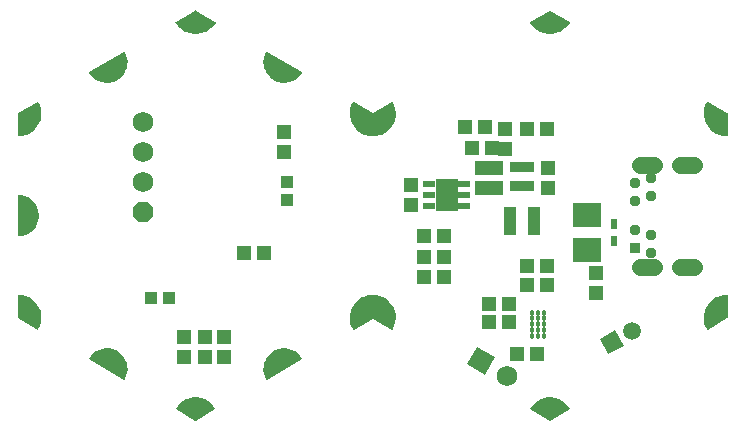
<source format=gbr>
G04 EAGLE Gerber RS-274X export*
G75*
%MOMM*%
%FSLAX34Y34*%
%LPD*%
%INSoldermask Top*%
%IPPOS*%
%AMOC8*
5,1,8,0,0,1.08239X$1,22.5*%
G01*
%ADD10R,1.003200X1.003200*%
%ADD11P,1.869504X8X112.500000*%
%ADD12R,1.303200X1.203200*%
%ADD13C,1.727200*%
%ADD14R,1.493200X1.493200*%
%ADD15C,1.493200*%
%ADD16R,0.623200X0.953200*%
%ADD17R,2.433200X2.003200*%
%ADD18C,0.457200*%
%ADD19R,0.503200X0.873200*%
%ADD20R,1.003200X0.603200*%
%ADD21R,1.953200X2.703200*%
%ADD22R,1.053200X2.403200*%
%ADD23R,1.203200X1.303200*%
%ADD24C,1.203200*%
%ADD25R,0.958000X0.958000*%
%ADD26C,0.958000*%
%ADD27C,1.403200*%
%ADD28R,1.733200X1.733200*%
%ADD29C,1.733200*%

G36*
X802Y154416D02*
X802Y154416D01*
X815Y154415D01*
X3865Y154657D01*
X3897Y154667D01*
X3944Y154670D01*
X6916Y155399D01*
X6947Y155413D01*
X6992Y155424D01*
X7056Y155451D01*
X8232Y155951D01*
X9407Y156450D01*
X9408Y156450D01*
X9809Y156620D01*
X9837Y156639D01*
X9880Y156657D01*
X12468Y158290D01*
X12492Y158313D01*
X12532Y158338D01*
X14825Y160364D01*
X14845Y160391D01*
X14881Y160422D01*
X16819Y162790D01*
X16835Y162820D01*
X16864Y162856D01*
X18398Y165504D01*
X18408Y165536D01*
X18432Y165577D01*
X18485Y165716D01*
X18485Y165717D01*
X19245Y167713D01*
X19245Y167714D01*
X19435Y168213D01*
X19521Y168436D01*
X19526Y168470D01*
X19543Y168514D01*
X20159Y171511D01*
X20159Y171545D01*
X20168Y171591D01*
X20295Y174648D01*
X20290Y174681D01*
X20292Y174728D01*
X19927Y177766D01*
X19916Y177798D01*
X19911Y177845D01*
X19063Y180785D01*
X19047Y180815D01*
X19035Y180860D01*
X17726Y183626D01*
X17709Y183649D01*
X17699Y183676D01*
X17650Y183728D01*
X17607Y183785D01*
X17582Y183800D01*
X17563Y183820D01*
X17497Y183849D01*
X17435Y183885D01*
X17407Y183889D01*
X17381Y183900D01*
X17309Y183901D01*
X17238Y183910D01*
X17211Y183903D01*
X17182Y183903D01*
X17087Y183868D01*
X17047Y183857D01*
X17038Y183850D01*
X17026Y183845D01*
X775Y174489D01*
X-15476Y183845D01*
X-15503Y183854D01*
X-15527Y183871D01*
X-15597Y183885D01*
X-15665Y183908D01*
X-15693Y183906D01*
X-15721Y183912D01*
X-15792Y183898D01*
X-15863Y183892D01*
X-15888Y183879D01*
X-15916Y183874D01*
X-15976Y183834D01*
X-16039Y183801D01*
X-16057Y183778D01*
X-16081Y183762D01*
X-16139Y183680D01*
X-16166Y183647D01*
X-16169Y183637D01*
X-16176Y183626D01*
X-17485Y180860D01*
X-17493Y180827D01*
X-17513Y180785D01*
X-18361Y177845D01*
X-18364Y177811D01*
X-18377Y177766D01*
X-18742Y174728D01*
X-18739Y174694D01*
X-18745Y174648D01*
X-18618Y171591D01*
X-18610Y171558D01*
X-18609Y171511D01*
X-17993Y168514D01*
X-17980Y168482D01*
X-17971Y168436D01*
X-16882Y165577D01*
X-16864Y165548D01*
X-16848Y165504D01*
X-15314Y162856D01*
X-15292Y162831D01*
X-15269Y162790D01*
X-13331Y160422D01*
X-13304Y160401D01*
X-13275Y160364D01*
X-10982Y158338D01*
X-10953Y158321D01*
X-10918Y158290D01*
X-8330Y156657D01*
X-8298Y156645D01*
X-8259Y156620D01*
X-5442Y155424D01*
X-5409Y155417D01*
X-5366Y155399D01*
X-2394Y154670D01*
X-2360Y154669D01*
X-2315Y154657D01*
X735Y154415D01*
X764Y154418D01*
X792Y154414D01*
X802Y154416D01*
G37*
G36*
X17342Y-9273D02*
X17342Y-9273D01*
X17413Y-9267D01*
X17438Y-9254D01*
X17466Y-9249D01*
X17526Y-9209D01*
X17589Y-9176D01*
X17607Y-9153D01*
X17631Y-9137D01*
X17689Y-9055D01*
X17716Y-9022D01*
X17719Y-9012D01*
X17726Y-9001D01*
X19035Y-6235D01*
X19043Y-6202D01*
X19063Y-6160D01*
X19911Y-3220D01*
X19914Y-3186D01*
X19927Y-3141D01*
X20292Y-103D01*
X20289Y-69D01*
X20295Y-23D01*
X20168Y3034D01*
X20160Y3067D01*
X20159Y3114D01*
X19543Y6111D01*
X19530Y6143D01*
X19521Y6189D01*
X18432Y9048D01*
X18414Y9077D01*
X18398Y9121D01*
X16864Y11769D01*
X16842Y11794D01*
X16819Y11835D01*
X14881Y14203D01*
X14854Y14224D01*
X14825Y14261D01*
X12532Y16287D01*
X12503Y16304D01*
X12468Y16335D01*
X9880Y17968D01*
X9848Y17980D01*
X9809Y18005D01*
X6992Y19201D01*
X6959Y19208D01*
X6916Y19226D01*
X3944Y19955D01*
X3910Y19956D01*
X3865Y19968D01*
X815Y20210D01*
X786Y20207D01*
X758Y20211D01*
X748Y20209D01*
X735Y20210D01*
X-2315Y19968D01*
X-2347Y19958D01*
X-2394Y19955D01*
X-5366Y19226D01*
X-5397Y19212D01*
X-5442Y19201D01*
X-5607Y19131D01*
X-6782Y18632D01*
X-7958Y18132D01*
X-8259Y18005D01*
X-8287Y17986D01*
X-8330Y17968D01*
X-10918Y16335D01*
X-10942Y16312D01*
X-10982Y16287D01*
X-13275Y14261D01*
X-13295Y14234D01*
X-13331Y14203D01*
X-15269Y11835D01*
X-15285Y11805D01*
X-15314Y11769D01*
X-16848Y9121D01*
X-16858Y9089D01*
X-16882Y9048D01*
X-17971Y6189D01*
X-17976Y6155D01*
X-17993Y6111D01*
X-18609Y3114D01*
X-18609Y3080D01*
X-18618Y3034D01*
X-18745Y-23D01*
X-18740Y-56D01*
X-18742Y-103D01*
X-18377Y-3141D01*
X-18366Y-3173D01*
X-18361Y-3220D01*
X-17513Y-6160D01*
X-17497Y-6190D01*
X-17485Y-6235D01*
X-16176Y-9001D01*
X-16159Y-9024D01*
X-16149Y-9051D01*
X-16100Y-9103D01*
X-16057Y-9160D01*
X-16032Y-9175D01*
X-16013Y-9195D01*
X-15947Y-9224D01*
X-15885Y-9260D01*
X-15857Y-9264D01*
X-15831Y-9275D01*
X-15759Y-9276D01*
X-15688Y-9285D01*
X-15661Y-9278D01*
X-15632Y-9278D01*
X-15537Y-9243D01*
X-15497Y-9232D01*
X-15488Y-9225D01*
X-15476Y-9220D01*
X775Y136D01*
X17026Y-9220D01*
X17053Y-9229D01*
X17077Y-9246D01*
X17147Y-9260D01*
X17215Y-9283D01*
X17243Y-9281D01*
X17271Y-9287D01*
X17342Y-9273D01*
G37*
G36*
X-299198Y69816D02*
X-299198Y69816D01*
X-299184Y69815D01*
X-296386Y70047D01*
X-296352Y70057D01*
X-296304Y70060D01*
X-293583Y70750D01*
X-293551Y70765D01*
X-293505Y70776D01*
X-290933Y71904D01*
X-290905Y71924D01*
X-290861Y71943D01*
X-288510Y73479D01*
X-288486Y73504D01*
X-288445Y73530D01*
X-286380Y75431D01*
X-286367Y75448D01*
X-286355Y75457D01*
X-286344Y75473D01*
X-286324Y75492D01*
X-284599Y77708D01*
X-284584Y77739D01*
X-284554Y77777D01*
X-283218Y80246D01*
X-283208Y80279D01*
X-283185Y80322D01*
X-282273Y82977D01*
X-282269Y83012D01*
X-282253Y83057D01*
X-281791Y85826D01*
X-281792Y85861D01*
X-281784Y85909D01*
X-281784Y88716D01*
X-281791Y88750D01*
X-281791Y88799D01*
X-282253Y91568D01*
X-282265Y91600D01*
X-282273Y91648D01*
X-283185Y94303D01*
X-283202Y94333D01*
X-283218Y94379D01*
X-284554Y96848D01*
X-284576Y96875D01*
X-284599Y96917D01*
X-286324Y99133D01*
X-286350Y99156D01*
X-286380Y99194D01*
X-288445Y101095D01*
X-288475Y101113D01*
X-288510Y101146D01*
X-290861Y102682D01*
X-290893Y102694D01*
X-290933Y102721D01*
X-293505Y103849D01*
X-293538Y103856D01*
X-293583Y103875D01*
X-296304Y104565D01*
X-296339Y104566D01*
X-296386Y104578D01*
X-299184Y104810D01*
X-299213Y104807D01*
X-299242Y104811D01*
X-299311Y104795D01*
X-299381Y104787D01*
X-299407Y104772D01*
X-299435Y104765D01*
X-299492Y104723D01*
X-299554Y104688D01*
X-299572Y104665D01*
X-299595Y104648D01*
X-299631Y104587D01*
X-299674Y104530D01*
X-299682Y104502D01*
X-299697Y104477D01*
X-299713Y104378D01*
X-299724Y104337D01*
X-299722Y104326D01*
X-299724Y104313D01*
X-299724Y70313D01*
X-299718Y70284D01*
X-299721Y70255D01*
X-299699Y70187D01*
X-299685Y70118D01*
X-299668Y70094D01*
X-299659Y70066D01*
X-299612Y70012D01*
X-299572Y69954D01*
X-299548Y69938D01*
X-299528Y69916D01*
X-299464Y69885D01*
X-299405Y69847D01*
X-299376Y69842D01*
X-299350Y69829D01*
X-299250Y69821D01*
X-299208Y69814D01*
X-299198Y69816D01*
G37*
G36*
X-209459Y-51573D02*
X-209459Y-51573D01*
X-209388Y-51568D01*
X-209362Y-51554D01*
X-209334Y-51549D01*
X-209275Y-51509D01*
X-209212Y-51476D01*
X-209193Y-51454D01*
X-209169Y-51437D01*
X-209112Y-51356D01*
X-209085Y-51323D01*
X-209082Y-51312D01*
X-209074Y-51301D01*
X-207875Y-48765D01*
X-207867Y-48732D01*
X-207846Y-48688D01*
X-207081Y-45990D01*
X-207079Y-45956D01*
X-207065Y-45909D01*
X-206755Y-43122D01*
X-206758Y-43093D01*
X-206756Y-43083D01*
X-206757Y-43078D01*
X-206753Y-43039D01*
X-206905Y-40239D01*
X-206914Y-40206D01*
X-206917Y-40157D01*
X-207528Y-37420D01*
X-207542Y-37389D01*
X-207553Y-37342D01*
X-208606Y-34743D01*
X-208625Y-34714D01*
X-208643Y-34669D01*
X-210111Y-32279D01*
X-210134Y-32253D01*
X-210159Y-32212D01*
X-212000Y-30096D01*
X-212027Y-30075D01*
X-212059Y-30039D01*
X-214223Y-28254D01*
X-214253Y-28238D01*
X-214290Y-28207D01*
X-216718Y-26804D01*
X-216751Y-26793D01*
X-216793Y-26768D01*
X-219418Y-25783D01*
X-219453Y-25778D01*
X-219498Y-25761D01*
X-222250Y-25221D01*
X-222285Y-25222D01*
X-222332Y-25212D01*
X-225135Y-25133D01*
X-225169Y-25139D01*
X-225217Y-25138D01*
X-227996Y-25521D01*
X-228028Y-25532D01*
X-228076Y-25539D01*
X-230753Y-26374D01*
X-230784Y-26391D01*
X-230830Y-26405D01*
X-233333Y-27670D01*
X-233360Y-27691D01*
X-233403Y-27713D01*
X-235664Y-29373D01*
X-235687Y-29398D01*
X-235726Y-29427D01*
X-237683Y-31436D01*
X-237702Y-31465D01*
X-237736Y-31499D01*
X-239335Y-33803D01*
X-239347Y-33830D01*
X-239365Y-33852D01*
X-239386Y-33920D01*
X-239414Y-33985D01*
X-239414Y-34015D01*
X-239422Y-34043D01*
X-239414Y-34113D01*
X-239415Y-34184D01*
X-239404Y-34211D01*
X-239400Y-34240D01*
X-239366Y-34302D01*
X-239338Y-34368D01*
X-239317Y-34388D01*
X-239303Y-34414D01*
X-239227Y-34477D01*
X-239196Y-34507D01*
X-239186Y-34511D01*
X-239175Y-34520D01*
X-209775Y-51520D01*
X-209747Y-51529D01*
X-209723Y-51546D01*
X-209654Y-51560D01*
X-209586Y-51583D01*
X-209557Y-51581D01*
X-209529Y-51587D01*
X-209459Y-51573D01*
G37*
G36*
X-222332Y199837D02*
X-222332Y199837D01*
X-222298Y199845D01*
X-222250Y199846D01*
X-219498Y200386D01*
X-219466Y200399D01*
X-219418Y200408D01*
X-216793Y201393D01*
X-216763Y201412D01*
X-216718Y201429D01*
X-214290Y202832D01*
X-214264Y202855D01*
X-214223Y202879D01*
X-212059Y204664D01*
X-212037Y204691D01*
X-212000Y204721D01*
X-210159Y206837D01*
X-210142Y206868D01*
X-210111Y206904D01*
X-208643Y209294D01*
X-208632Y209327D01*
X-208606Y209368D01*
X-207553Y211967D01*
X-207546Y212001D01*
X-207528Y212045D01*
X-206917Y214782D01*
X-206916Y214817D01*
X-206905Y214864D01*
X-206753Y217664D01*
X-206758Y217699D01*
X-206755Y217747D01*
X-207065Y220534D01*
X-207076Y220567D01*
X-207081Y220615D01*
X-207846Y223313D01*
X-207862Y223344D01*
X-207875Y223390D01*
X-209074Y225926D01*
X-209091Y225949D01*
X-209101Y225977D01*
X-209150Y226028D01*
X-209193Y226085D01*
X-209218Y226100D01*
X-209238Y226121D01*
X-209303Y226149D01*
X-209365Y226185D01*
X-209393Y226189D01*
X-209420Y226201D01*
X-209491Y226201D01*
X-209562Y226210D01*
X-209590Y226203D01*
X-209619Y226203D01*
X-209712Y226168D01*
X-209753Y226157D01*
X-209762Y226150D01*
X-209775Y226145D01*
X-239175Y209145D01*
X-239197Y209125D01*
X-239223Y209113D01*
X-239271Y209060D01*
X-239324Y209013D01*
X-239336Y208987D01*
X-239356Y208965D01*
X-239379Y208897D01*
X-239409Y208833D01*
X-239411Y208804D01*
X-239420Y208777D01*
X-239415Y208706D01*
X-239418Y208635D01*
X-239408Y208607D01*
X-239406Y208578D01*
X-239364Y208488D01*
X-239349Y208448D01*
X-239341Y208440D01*
X-239335Y208428D01*
X-237736Y206124D01*
X-237711Y206100D01*
X-237683Y206061D01*
X-235726Y204052D01*
X-235697Y204032D01*
X-235664Y203998D01*
X-233403Y202338D01*
X-233372Y202324D01*
X-233333Y202295D01*
X-230830Y201030D01*
X-230796Y201021D01*
X-230753Y200999D01*
X-228076Y200164D01*
X-228042Y200160D01*
X-227996Y200146D01*
X-225217Y199763D01*
X-225183Y199765D01*
X-225135Y199758D01*
X-222332Y199837D01*
G37*
G36*
X-88860Y-51578D02*
X-88860Y-51578D01*
X-88831Y-51578D01*
X-88738Y-51543D01*
X-88697Y-51532D01*
X-88688Y-51525D01*
X-88675Y-51520D01*
X-59275Y-34520D01*
X-59253Y-34500D01*
X-59227Y-34488D01*
X-59179Y-34435D01*
X-59126Y-34388D01*
X-59114Y-34362D01*
X-59094Y-34340D01*
X-59071Y-34272D01*
X-59041Y-34208D01*
X-59039Y-34179D01*
X-59030Y-34152D01*
X-59035Y-34081D01*
X-59032Y-34010D01*
X-59042Y-33982D01*
X-59044Y-33953D01*
X-59086Y-33863D01*
X-59101Y-33823D01*
X-59109Y-33815D01*
X-59115Y-33803D01*
X-60714Y-31499D01*
X-60740Y-31475D01*
X-60767Y-31436D01*
X-62724Y-29427D01*
X-62753Y-29407D01*
X-62786Y-29373D01*
X-65047Y-27713D01*
X-65078Y-27699D01*
X-65117Y-27670D01*
X-67620Y-26405D01*
X-67654Y-26396D01*
X-67697Y-26374D01*
X-70374Y-25539D01*
X-70408Y-25535D01*
X-70454Y-25521D01*
X-73233Y-25138D01*
X-73267Y-25140D01*
X-73315Y-25133D01*
X-76118Y-25212D01*
X-76152Y-25220D01*
X-76200Y-25221D01*
X-78952Y-25761D01*
X-78984Y-25774D01*
X-79032Y-25783D01*
X-81657Y-26768D01*
X-81687Y-26787D01*
X-81732Y-26804D01*
X-84160Y-28207D01*
X-84186Y-28230D01*
X-84228Y-28254D01*
X-86391Y-30039D01*
X-86413Y-30066D01*
X-86450Y-30096D01*
X-88291Y-32212D01*
X-88308Y-32243D01*
X-88340Y-32279D01*
X-89807Y-34669D01*
X-89818Y-34702D01*
X-89844Y-34743D01*
X-90897Y-37342D01*
X-90904Y-37376D01*
X-90922Y-37420D01*
X-91533Y-40157D01*
X-91534Y-40192D01*
X-91545Y-40239D01*
X-91697Y-43039D01*
X-91692Y-43074D01*
X-91695Y-43122D01*
X-91385Y-45909D01*
X-91374Y-45942D01*
X-91369Y-45990D01*
X-90604Y-48688D01*
X-90588Y-48719D01*
X-90575Y-48765D01*
X-89376Y-51301D01*
X-89359Y-51324D01*
X-89349Y-51352D01*
X-89300Y-51403D01*
X-89257Y-51460D01*
X-89232Y-51475D01*
X-89212Y-51496D01*
X-89147Y-51524D01*
X-89086Y-51560D01*
X-89057Y-51564D01*
X-89030Y-51576D01*
X-88959Y-51576D01*
X-88888Y-51585D01*
X-88860Y-51578D01*
G37*
G36*
X-73281Y199764D02*
X-73281Y199764D01*
X-73233Y199763D01*
X-70454Y200146D01*
X-70422Y200157D01*
X-70374Y200164D01*
X-67697Y200999D01*
X-67666Y201016D01*
X-67620Y201030D01*
X-65117Y202295D01*
X-65090Y202316D01*
X-65047Y202338D01*
X-62786Y203998D01*
X-62763Y204023D01*
X-62724Y204052D01*
X-60767Y206061D01*
X-60748Y206090D01*
X-60714Y206124D01*
X-59115Y208428D01*
X-59103Y208455D01*
X-59085Y208477D01*
X-59064Y208545D01*
X-59036Y208610D01*
X-59036Y208640D01*
X-59028Y208668D01*
X-59036Y208738D01*
X-59035Y208809D01*
X-59046Y208836D01*
X-59050Y208865D01*
X-59084Y208927D01*
X-59112Y208993D01*
X-59133Y209013D01*
X-59147Y209039D01*
X-59223Y209102D01*
X-59254Y209132D01*
X-59264Y209136D01*
X-59275Y209145D01*
X-88675Y226145D01*
X-88703Y226154D01*
X-88727Y226171D01*
X-88796Y226185D01*
X-88864Y226208D01*
X-88893Y226206D01*
X-88921Y226212D01*
X-88991Y226198D01*
X-89062Y226193D01*
X-89088Y226179D01*
X-89116Y226174D01*
X-89175Y226134D01*
X-89238Y226101D01*
X-89257Y226079D01*
X-89281Y226062D01*
X-89338Y225981D01*
X-89365Y225948D01*
X-89368Y225937D01*
X-89376Y225926D01*
X-90575Y223390D01*
X-90583Y223357D01*
X-90604Y223313D01*
X-91369Y220615D01*
X-91371Y220581D01*
X-91385Y220534D01*
X-91695Y217747D01*
X-91693Y217719D01*
X-91693Y217714D01*
X-91692Y217709D01*
X-91697Y217664D01*
X-91545Y214864D01*
X-91536Y214831D01*
X-91533Y214782D01*
X-90922Y212045D01*
X-90908Y212014D01*
X-90897Y211967D01*
X-89844Y209368D01*
X-89825Y209339D01*
X-89807Y209294D01*
X-88340Y206904D01*
X-88316Y206878D01*
X-88291Y206837D01*
X-86450Y204721D01*
X-86423Y204700D01*
X-86391Y204664D01*
X-84228Y202879D01*
X-84197Y202863D01*
X-84160Y202832D01*
X-81732Y201429D01*
X-81699Y201418D01*
X-81657Y201393D01*
X-79032Y200408D01*
X-78997Y200403D01*
X-78952Y200386D01*
X-76200Y199846D01*
X-76166Y199847D01*
X-76118Y199837D01*
X-73315Y199758D01*
X-73281Y199764D01*
G37*
G36*
X-299217Y154377D02*
X-299217Y154377D01*
X-299203Y154375D01*
X-296147Y154622D01*
X-296114Y154632D01*
X-296068Y154635D01*
X-293091Y155369D01*
X-293060Y155383D01*
X-293014Y155394D01*
X-290194Y156596D01*
X-290166Y156615D01*
X-290122Y156633D01*
X-287531Y158272D01*
X-287506Y158296D01*
X-287467Y158321D01*
X-285172Y160354D01*
X-285151Y160381D01*
X-285116Y160412D01*
X-283177Y162787D01*
X-283161Y162817D01*
X-283131Y162853D01*
X-281598Y165508D01*
X-281587Y165541D01*
X-281564Y165581D01*
X-280476Y168448D01*
X-280471Y168481D01*
X-280454Y168525D01*
X-279841Y171529D01*
X-279841Y171563D01*
X-279831Y171609D01*
X-279707Y174673D01*
X-279713Y174706D01*
X-279711Y174753D01*
X-280080Y177797D01*
X-280091Y177829D01*
X-280096Y177876D01*
X-280949Y180821D01*
X-280965Y180851D01*
X-280978Y180896D01*
X-282292Y183666D01*
X-282310Y183689D01*
X-282320Y183716D01*
X-282369Y183768D01*
X-282412Y183825D01*
X-282437Y183840D01*
X-282457Y183861D01*
X-282522Y183889D01*
X-282584Y183925D01*
X-282612Y183929D01*
X-282639Y183940D01*
X-282710Y183941D01*
X-282781Y183950D01*
X-282809Y183942D01*
X-282838Y183942D01*
X-282931Y183907D01*
X-282972Y183896D01*
X-282981Y183889D01*
X-282994Y183884D01*
X-299471Y174345D01*
X-299528Y174293D01*
X-299590Y174248D01*
X-299602Y174228D01*
X-299620Y174213D01*
X-299653Y174143D01*
X-299692Y174077D01*
X-299696Y174052D01*
X-299705Y174033D01*
X-299707Y173989D01*
X-299720Y173913D01*
X-299743Y154874D01*
X-299737Y154845D01*
X-299739Y154816D01*
X-299717Y154749D01*
X-299703Y154679D01*
X-299687Y154655D01*
X-299678Y154627D01*
X-299631Y154573D01*
X-299591Y154515D01*
X-299567Y154499D01*
X-299548Y154477D01*
X-299483Y154446D01*
X-299423Y154407D01*
X-299395Y154403D01*
X-299369Y154390D01*
X-299269Y154381D01*
X-299227Y154374D01*
X-299217Y154377D01*
G37*
G36*
X-282678Y-9313D02*
X-282678Y-9313D01*
X-282607Y-9307D01*
X-282581Y-9294D01*
X-282553Y-9288D01*
X-282493Y-9248D01*
X-282430Y-9216D01*
X-282412Y-9193D01*
X-282388Y-9177D01*
X-282330Y-9095D01*
X-282303Y-9063D01*
X-282300Y-9052D01*
X-282292Y-9041D01*
X-280978Y-6271D01*
X-280970Y-6238D01*
X-280949Y-6196D01*
X-280096Y-3251D01*
X-280094Y-3217D01*
X-280080Y-3172D01*
X-279711Y-128D01*
X-279713Y-94D01*
X-279707Y-48D01*
X-279831Y3016D01*
X-279839Y3049D01*
X-279841Y3096D01*
X-280454Y6100D01*
X-280467Y6131D01*
X-280476Y6177D01*
X-281564Y9044D01*
X-281582Y9073D01*
X-281598Y9117D01*
X-283131Y11772D01*
X-283154Y11798D01*
X-283177Y11838D01*
X-285116Y14213D01*
X-285142Y14235D01*
X-285172Y14271D01*
X-287467Y16305D01*
X-287496Y16321D01*
X-287531Y16353D01*
X-290122Y17992D01*
X-290154Y18004D01*
X-290194Y18029D01*
X-293014Y19231D01*
X-293048Y19238D01*
X-293091Y19256D01*
X-296068Y19990D01*
X-296102Y19991D01*
X-296147Y20003D01*
X-299203Y20250D01*
X-299232Y20246D01*
X-299260Y20251D01*
X-299330Y20234D01*
X-299401Y20226D01*
X-299426Y20211D01*
X-299454Y20205D01*
X-299511Y20162D01*
X-299573Y20127D01*
X-299591Y20104D01*
X-299614Y20087D01*
X-299650Y20025D01*
X-299693Y19968D01*
X-299700Y19940D01*
X-299715Y19915D01*
X-299732Y19817D01*
X-299742Y19776D01*
X-299740Y19765D01*
X-299743Y19751D01*
X-299720Y712D01*
X-299704Y637D01*
X-299696Y560D01*
X-299685Y540D01*
X-299680Y517D01*
X-299636Y454D01*
X-299599Y387D01*
X-299579Y370D01*
X-299567Y353D01*
X-299530Y329D01*
X-299471Y280D01*
X-282994Y-9259D01*
X-282966Y-9268D01*
X-282942Y-9285D01*
X-282873Y-9300D01*
X-282805Y-9322D01*
X-282776Y-9320D01*
X-282748Y-9326D01*
X-282678Y-9313D01*
G37*
G36*
X150791Y-86377D02*
X150791Y-86377D01*
X150868Y-86378D01*
X150892Y-86369D01*
X150913Y-86367D01*
X150952Y-86347D01*
X151024Y-86320D01*
X167524Y-76820D01*
X167546Y-76801D01*
X167572Y-76789D01*
X167606Y-76751D01*
X167609Y-76749D01*
X167612Y-76745D01*
X167620Y-76736D01*
X167673Y-76689D01*
X167686Y-76663D01*
X167705Y-76641D01*
X167728Y-76574D01*
X167759Y-76509D01*
X167761Y-76480D01*
X167770Y-76453D01*
X167765Y-76382D01*
X167768Y-76311D01*
X167758Y-76284D01*
X167756Y-76255D01*
X167714Y-76164D01*
X167699Y-76124D01*
X167692Y-76116D01*
X167686Y-76104D01*
X165944Y-73580D01*
X165920Y-73557D01*
X165893Y-73518D01*
X163769Y-71307D01*
X163741Y-71288D01*
X163709Y-71254D01*
X161258Y-69412D01*
X161227Y-69397D01*
X161190Y-69369D01*
X158475Y-67944D01*
X158442Y-67934D01*
X158401Y-67912D01*
X155493Y-66941D01*
X155466Y-66938D01*
X155457Y-66937D01*
X155415Y-66922D01*
X152388Y-66430D01*
X152354Y-66432D01*
X152308Y-66424D01*
X149242Y-66424D01*
X149209Y-66431D01*
X149162Y-66430D01*
X146135Y-66922D01*
X146104Y-66934D01*
X146057Y-66941D01*
X143149Y-67912D01*
X143120Y-67929D01*
X143075Y-67944D01*
X140360Y-69369D01*
X140334Y-69390D01*
X140292Y-69412D01*
X137841Y-71254D01*
X137818Y-71279D01*
X137781Y-71307D01*
X135657Y-73518D01*
X135639Y-73547D01*
X135606Y-73580D01*
X133864Y-76104D01*
X133853Y-76131D01*
X133834Y-76153D01*
X133814Y-76221D01*
X133786Y-76287D01*
X133786Y-76316D01*
X133778Y-76343D01*
X133786Y-76415D01*
X133786Y-76486D01*
X133797Y-76512D01*
X133800Y-76541D01*
X133835Y-76603D01*
X133863Y-76669D01*
X133883Y-76689D01*
X133898Y-76714D01*
X133961Y-76766D01*
X133965Y-76772D01*
X133974Y-76777D01*
X133975Y-76778D01*
X134005Y-76808D01*
X134015Y-76812D01*
X134026Y-76820D01*
X150526Y-86320D01*
X150599Y-86344D01*
X150669Y-86375D01*
X150693Y-86376D01*
X150715Y-86383D01*
X150791Y-86377D01*
G37*
G36*
X-149209Y-86377D02*
X-149209Y-86377D01*
X-149132Y-86378D01*
X-149108Y-86369D01*
X-149087Y-86367D01*
X-149048Y-86347D01*
X-148976Y-86320D01*
X-132476Y-76820D01*
X-132454Y-76801D01*
X-132428Y-76789D01*
X-132394Y-76751D01*
X-132391Y-76749D01*
X-132388Y-76745D01*
X-132380Y-76736D01*
X-132327Y-76689D01*
X-132314Y-76663D01*
X-132295Y-76641D01*
X-132272Y-76574D01*
X-132241Y-76509D01*
X-132240Y-76480D01*
X-132230Y-76453D01*
X-132235Y-76382D01*
X-132232Y-76311D01*
X-132242Y-76284D01*
X-132244Y-76255D01*
X-132286Y-76164D01*
X-132301Y-76124D01*
X-132308Y-76116D01*
X-132314Y-76104D01*
X-134056Y-73580D01*
X-134080Y-73557D01*
X-134107Y-73518D01*
X-136231Y-71307D01*
X-136259Y-71288D01*
X-136291Y-71254D01*
X-138742Y-69412D01*
X-138773Y-69397D01*
X-138810Y-69369D01*
X-141525Y-67944D01*
X-141558Y-67934D01*
X-141599Y-67912D01*
X-144507Y-66941D01*
X-144534Y-66938D01*
X-144543Y-66937D01*
X-144585Y-66922D01*
X-147612Y-66430D01*
X-147646Y-66432D01*
X-147692Y-66424D01*
X-150758Y-66424D01*
X-150791Y-66431D01*
X-150838Y-66430D01*
X-153865Y-66922D01*
X-153896Y-66934D01*
X-153943Y-66941D01*
X-156851Y-67912D01*
X-156881Y-67929D01*
X-156925Y-67944D01*
X-159640Y-69369D01*
X-159666Y-69390D01*
X-159708Y-69412D01*
X-162159Y-71254D01*
X-162182Y-71279D01*
X-162219Y-71307D01*
X-164343Y-73518D01*
X-164361Y-73547D01*
X-164394Y-73580D01*
X-166136Y-76104D01*
X-166147Y-76131D01*
X-166166Y-76153D01*
X-166186Y-76221D01*
X-166214Y-76287D01*
X-166214Y-76316D01*
X-166222Y-76343D01*
X-166214Y-76415D01*
X-166215Y-76486D01*
X-166203Y-76512D01*
X-166200Y-76541D01*
X-166165Y-76603D01*
X-166137Y-76669D01*
X-166117Y-76689D01*
X-166102Y-76714D01*
X-166039Y-76766D01*
X-166035Y-76772D01*
X-166026Y-76777D01*
X-166025Y-76778D01*
X-165995Y-76808D01*
X-165985Y-76812D01*
X-165974Y-76820D01*
X-149474Y-86320D01*
X-149401Y-86344D01*
X-149331Y-86375D01*
X-149307Y-86376D01*
X-149285Y-86383D01*
X-149209Y-86377D01*
G37*
G36*
X-147659Y241056D02*
X-147659Y241056D01*
X-147612Y241055D01*
X-144585Y241547D01*
X-144554Y241559D01*
X-144507Y241566D01*
X-141599Y242537D01*
X-141570Y242554D01*
X-141525Y242569D01*
X-138810Y243994D01*
X-138784Y244015D01*
X-138742Y244037D01*
X-136291Y245879D01*
X-136268Y245904D01*
X-136231Y245932D01*
X-134107Y248143D01*
X-134089Y248172D01*
X-134056Y248205D01*
X-132314Y250729D01*
X-132303Y250756D01*
X-132284Y250778D01*
X-132264Y250846D01*
X-132236Y250912D01*
X-132236Y250941D01*
X-132228Y250968D01*
X-132236Y251040D01*
X-132236Y251111D01*
X-132247Y251137D01*
X-132250Y251166D01*
X-132285Y251228D01*
X-132313Y251294D01*
X-132333Y251314D01*
X-132348Y251339D01*
X-132425Y251403D01*
X-132455Y251433D01*
X-132465Y251437D01*
X-132476Y251445D01*
X-148976Y260945D01*
X-149049Y260969D01*
X-149119Y261000D01*
X-149143Y261001D01*
X-149165Y261008D01*
X-149241Y261002D01*
X-149318Y261003D01*
X-149342Y260994D01*
X-149363Y260992D01*
X-149402Y260972D01*
X-149474Y260945D01*
X-165974Y251445D01*
X-165996Y251426D01*
X-166022Y251414D01*
X-166070Y251361D01*
X-166123Y251314D01*
X-166136Y251288D01*
X-166155Y251266D01*
X-166178Y251199D01*
X-166209Y251134D01*
X-166211Y251105D01*
X-166220Y251078D01*
X-166215Y251007D01*
X-166218Y250936D01*
X-166208Y250909D01*
X-166206Y250880D01*
X-166164Y250789D01*
X-166149Y250749D01*
X-166142Y250741D01*
X-166136Y250729D01*
X-164394Y248205D01*
X-164370Y248182D01*
X-164343Y248143D01*
X-162219Y245932D01*
X-162191Y245913D01*
X-162159Y245879D01*
X-159708Y244037D01*
X-159677Y244022D01*
X-159640Y243994D01*
X-156925Y242569D01*
X-156892Y242559D01*
X-156851Y242537D01*
X-153943Y241566D01*
X-153909Y241562D01*
X-153865Y241547D01*
X-150838Y241055D01*
X-150804Y241057D01*
X-150758Y241049D01*
X-147692Y241049D01*
X-147659Y241056D01*
G37*
G36*
X152341Y241056D02*
X152341Y241056D01*
X152388Y241055D01*
X155415Y241547D01*
X155446Y241559D01*
X155493Y241566D01*
X158401Y242537D01*
X158431Y242554D01*
X158475Y242569D01*
X161190Y243994D01*
X161216Y244015D01*
X161258Y244037D01*
X163709Y245879D01*
X163732Y245904D01*
X163769Y245932D01*
X165893Y248143D01*
X165911Y248172D01*
X165944Y248205D01*
X167686Y250729D01*
X167697Y250756D01*
X167716Y250778D01*
X167736Y250846D01*
X167764Y250912D01*
X167764Y250941D01*
X167772Y250968D01*
X167764Y251040D01*
X167765Y251111D01*
X167753Y251137D01*
X167750Y251166D01*
X167715Y251228D01*
X167687Y251294D01*
X167667Y251314D01*
X167652Y251339D01*
X167575Y251403D01*
X167545Y251433D01*
X167535Y251437D01*
X167524Y251445D01*
X151024Y260945D01*
X150951Y260969D01*
X150881Y261000D01*
X150857Y261001D01*
X150835Y261008D01*
X150759Y261002D01*
X150682Y261003D01*
X150658Y260994D01*
X150637Y260992D01*
X150598Y260972D01*
X150526Y260945D01*
X134026Y251445D01*
X134004Y251426D01*
X133978Y251414D01*
X133930Y251361D01*
X133877Y251314D01*
X133864Y251288D01*
X133845Y251266D01*
X133822Y251199D01*
X133791Y251134D01*
X133790Y251105D01*
X133780Y251078D01*
X133785Y251007D01*
X133782Y250936D01*
X133792Y250909D01*
X133794Y250880D01*
X133836Y250789D01*
X133851Y250749D01*
X133858Y250741D01*
X133864Y250729D01*
X135606Y248205D01*
X135630Y248182D01*
X135657Y248143D01*
X137781Y245932D01*
X137809Y245913D01*
X137841Y245879D01*
X140292Y244037D01*
X140323Y244022D01*
X140360Y243994D01*
X143075Y242569D01*
X143108Y242559D01*
X143149Y242537D01*
X146057Y241566D01*
X146091Y241562D01*
X146135Y241547D01*
X149162Y241055D01*
X149196Y241057D01*
X149242Y241049D01*
X152308Y241049D01*
X152341Y241056D01*
G37*
G36*
X300861Y154430D02*
X300861Y154430D01*
X300933Y154439D01*
X300957Y154453D01*
X300985Y154460D01*
X301043Y154502D01*
X301105Y154538D01*
X301122Y154561D01*
X301145Y154577D01*
X301182Y154639D01*
X301225Y154697D01*
X301232Y154724D01*
X301247Y154748D01*
X301263Y154849D01*
X301274Y154889D01*
X301272Y154900D01*
X301274Y154913D01*
X301274Y173913D01*
X301259Y173989D01*
X301250Y174066D01*
X301239Y174086D01*
X301235Y174107D01*
X301191Y174172D01*
X301152Y174239D01*
X301133Y174255D01*
X301122Y174271D01*
X301084Y174295D01*
X301024Y174345D01*
X284524Y183845D01*
X284497Y183854D01*
X284473Y183871D01*
X284403Y183885D01*
X284335Y183908D01*
X284307Y183906D01*
X284279Y183912D01*
X284209Y183898D01*
X284137Y183892D01*
X284112Y183879D01*
X284084Y183874D01*
X284024Y183834D01*
X283961Y183801D01*
X283943Y183778D01*
X283919Y183762D01*
X283861Y183680D01*
X283834Y183647D01*
X283831Y183637D01*
X283824Y183626D01*
X282515Y180860D01*
X282507Y180827D01*
X282487Y180785D01*
X281639Y177845D01*
X281636Y177811D01*
X281623Y177766D01*
X281258Y174728D01*
X281261Y174694D01*
X281255Y174648D01*
X281382Y171591D01*
X281390Y171558D01*
X281391Y171511D01*
X282007Y168514D01*
X282020Y168482D01*
X282030Y168436D01*
X283118Y165577D01*
X283136Y165548D01*
X283153Y165504D01*
X284686Y162856D01*
X284708Y162831D01*
X284731Y162790D01*
X286669Y160422D01*
X286696Y160401D01*
X286725Y160364D01*
X289018Y158338D01*
X289047Y158321D01*
X289082Y158290D01*
X291670Y156657D01*
X291702Y156645D01*
X291741Y156620D01*
X294558Y155424D01*
X294591Y155417D01*
X294634Y155399D01*
X297606Y154670D01*
X297640Y154669D01*
X297685Y154657D01*
X300735Y154415D01*
X300764Y154418D01*
X300792Y154414D01*
X300861Y154430D01*
G37*
G36*
X284339Y-9278D02*
X284339Y-9278D01*
X284368Y-9278D01*
X284463Y-9243D01*
X284503Y-9232D01*
X284512Y-9225D01*
X284524Y-9220D01*
X301024Y280D01*
X301083Y331D01*
X301145Y377D01*
X301156Y397D01*
X301173Y411D01*
X301207Y482D01*
X301247Y548D01*
X301251Y573D01*
X301259Y591D01*
X301261Y635D01*
X301274Y713D01*
X301274Y19713D01*
X301269Y19740D01*
X301271Y19769D01*
X301249Y19837D01*
X301235Y19907D01*
X301219Y19931D01*
X301210Y19958D01*
X301163Y20012D01*
X301122Y20071D01*
X301098Y20087D01*
X301080Y20108D01*
X301015Y20140D01*
X300955Y20178D01*
X300927Y20183D01*
X300901Y20196D01*
X300800Y20205D01*
X300758Y20211D01*
X300748Y20209D01*
X300735Y20210D01*
X297685Y19968D01*
X297653Y19958D01*
X297606Y19955D01*
X294634Y19226D01*
X294603Y19212D01*
X294558Y19201D01*
X294393Y19131D01*
X293218Y18632D01*
X292042Y18132D01*
X291741Y18005D01*
X291713Y17986D01*
X291670Y17968D01*
X289082Y16335D01*
X289058Y16312D01*
X289018Y16287D01*
X286725Y14261D01*
X286705Y14234D01*
X286669Y14203D01*
X284731Y11835D01*
X284715Y11805D01*
X284686Y11769D01*
X283153Y9121D01*
X283142Y9089D01*
X283118Y9048D01*
X282030Y6189D01*
X282024Y6155D01*
X282007Y6111D01*
X281391Y3114D01*
X281391Y3080D01*
X281382Y3034D01*
X281255Y-23D01*
X281260Y-56D01*
X281258Y-103D01*
X281623Y-3141D01*
X281634Y-3173D01*
X281639Y-3220D01*
X282487Y-6160D01*
X282503Y-6190D01*
X282515Y-6235D01*
X283824Y-9001D01*
X283841Y-9024D01*
X283851Y-9051D01*
X283900Y-9103D01*
X283943Y-9160D01*
X283968Y-9175D01*
X283987Y-9195D01*
X284053Y-9224D01*
X284115Y-9260D01*
X284143Y-9264D01*
X284169Y-9275D01*
X284241Y-9276D01*
X284312Y-9285D01*
X284339Y-9278D01*
G37*
D10*
X-186888Y17463D03*
X-171888Y17463D03*
D11*
X-193675Y90488D03*
D12*
X-91513Y55563D03*
X-108513Y55563D03*
X-74613Y140725D03*
X-74613Y157725D03*
D13*
X-193675Y166688D03*
X-193675Y141288D03*
X-193675Y115888D03*
D14*
G36*
X213313Y-22813D02*
X200383Y-30279D01*
X192917Y-17349D01*
X205847Y-9883D01*
X213313Y-22813D01*
G37*
D15*
X220435Y-10081D03*
D16*
X204788Y80025D03*
X204788Y66025D03*
D17*
X182563Y87625D03*
X182563Y58425D03*
D18*
X145526Y5238D03*
X145526Y238D03*
X145526Y-4763D03*
X145526Y-9763D03*
X145526Y-14763D03*
X140526Y5238D03*
X140526Y238D03*
X140526Y-4763D03*
X140526Y-9763D03*
X140526Y-14763D03*
X135526Y5238D03*
X135526Y238D03*
X135526Y-4763D03*
X135526Y-9763D03*
X135526Y-14763D03*
D19*
X119500Y112649D03*
X124500Y112649D03*
X129500Y112649D03*
X134500Y112649D03*
X134500Y128651D03*
X129500Y128651D03*
X124500Y128651D03*
X119500Y128651D03*
D20*
X48500Y114275D03*
X48500Y104775D03*
X48500Y95275D03*
X78500Y95275D03*
X78500Y104775D03*
X78500Y114275D03*
D21*
X63500Y104775D03*
D22*
X137250Y82550D03*
X116750Y82550D03*
D12*
X112713Y160900D03*
X112713Y143900D03*
D23*
X85163Y144463D03*
X102163Y144463D03*
X148200Y160338D03*
X131200Y160338D03*
D12*
X148200Y28575D03*
X131200Y28575D03*
X116450Y12700D03*
X99450Y12700D03*
D23*
X131200Y44450D03*
X148200Y44450D03*
D12*
X116450Y-3175D03*
X99450Y-3175D03*
D23*
X43888Y52388D03*
X60888Y52388D03*
X43888Y34925D03*
X60888Y34925D03*
X43888Y69850D03*
X60888Y69850D03*
D12*
X123263Y-30163D03*
X140263Y-30163D03*
D23*
X149225Y127563D03*
X149225Y110563D03*
X104775Y127563D03*
X104775Y110563D03*
X93663Y127563D03*
X93663Y110563D03*
X33338Y96275D03*
X33338Y113275D03*
D24*
X-149225Y252513D03*
X1495Y164833D03*
X1495Y9793D03*
X-149225Y-77888D03*
X-220725Y211213D03*
X-77725Y211213D03*
X-77725Y-36588D03*
X-220725Y-36588D03*
X150775Y252513D03*
X293875Y169913D03*
X293875Y4713D03*
X150775Y-77888D03*
X-292292Y169913D03*
X-292292Y4713D03*
X-292325Y87313D03*
D12*
X189706Y21875D03*
X189706Y38875D03*
D25*
X223275Y59813D03*
D26*
X223275Y74813D03*
X223275Y99813D03*
X223275Y114813D03*
X236775Y118813D03*
X236775Y103813D03*
X236775Y70813D03*
X236775Y55813D03*
D27*
X239075Y44113D02*
X227075Y44113D01*
X227075Y130513D02*
X239075Y130513D01*
X260875Y130513D02*
X272875Y130513D01*
X272875Y44113D02*
X260875Y44113D01*
D12*
X78813Y161925D03*
X95813Y161925D03*
D28*
G36*
X95516Y-47343D02*
X80508Y-38677D01*
X89174Y-23669D01*
X104182Y-32335D01*
X95516Y-47343D01*
G37*
D29*
X114342Y-48206D03*
D12*
X-158750Y-15313D03*
X-158750Y-32313D03*
X-141288Y-15313D03*
X-141288Y-32313D03*
X-125413Y-15313D03*
X-125413Y-32313D03*
D10*
X-71438Y115450D03*
X-71438Y100450D03*
M02*

</source>
